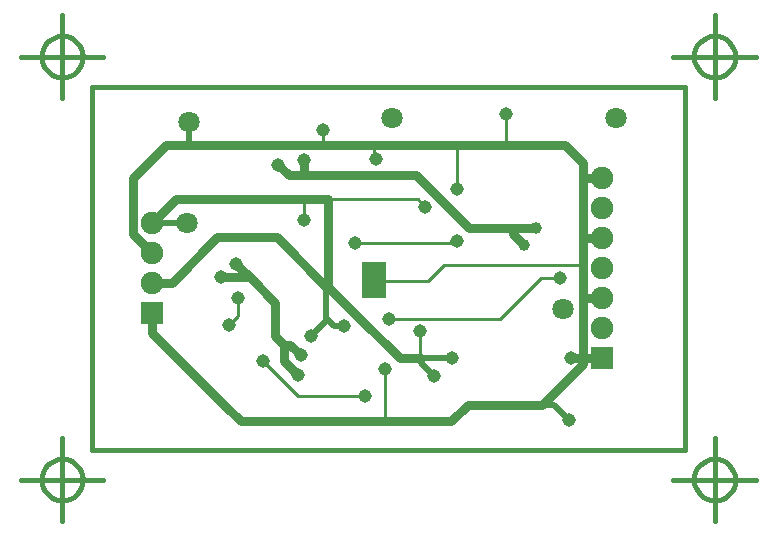
<source format=gbl>
G04 (created by PCBNEW-RS274X (2010-03-14)-final) date mar 08 nov 2011 08:15:05 ART*
G01*
G70*
G90*
%MOIN*%
G04 Gerber Fmt 3.4, Leading zero omitted, Abs format*
%FSLAX34Y34*%
G04 APERTURE LIST*
%ADD10C,0.000100*%
%ADD11C,0.015000*%
%ADD12R,0.075000X0.075000*%
%ADD13C,0.075000*%
%ADD14R,0.040000X0.040000*%
%ADD15C,0.070900*%
%ADD16C,0.045000*%
%ADD17C,0.038800*%
%ADD18C,0.030000*%
%ADD19C,0.010000*%
%ADD20C,0.020000*%
G04 APERTURE END LIST*
G54D10*
G54D11*
X32789Y-10150D02*
X32775Y-10283D01*
X32737Y-10412D01*
X32673Y-10531D01*
X32588Y-10635D01*
X32485Y-10721D01*
X32366Y-10785D01*
X32238Y-10824D01*
X32104Y-10838D01*
X31971Y-10826D01*
X31842Y-10788D01*
X31723Y-10726D01*
X31618Y-10642D01*
X31532Y-10539D01*
X31467Y-10421D01*
X31427Y-10293D01*
X31412Y-10159D01*
X31423Y-10026D01*
X31460Y-09897D01*
X31521Y-09777D01*
X31605Y-09672D01*
X31707Y-09585D01*
X31825Y-09519D01*
X31953Y-09478D01*
X32086Y-09462D01*
X32219Y-09472D01*
X32349Y-09508D01*
X32469Y-09569D01*
X32575Y-09652D01*
X32663Y-09753D01*
X32729Y-09870D01*
X32771Y-09998D01*
X32788Y-10131D01*
X32789Y-10150D01*
X30722Y-10150D02*
X33478Y-10150D01*
X32100Y-08772D02*
X32100Y-11528D01*
X32789Y-24250D02*
X32775Y-24383D01*
X32737Y-24512D01*
X32673Y-24631D01*
X32588Y-24735D01*
X32485Y-24821D01*
X32366Y-24885D01*
X32238Y-24924D01*
X32104Y-24938D01*
X31971Y-24926D01*
X31842Y-24888D01*
X31723Y-24826D01*
X31618Y-24742D01*
X31532Y-24639D01*
X31467Y-24521D01*
X31427Y-24393D01*
X31412Y-24259D01*
X31423Y-24126D01*
X31460Y-23997D01*
X31521Y-23877D01*
X31605Y-23772D01*
X31707Y-23685D01*
X31825Y-23619D01*
X31953Y-23578D01*
X32086Y-23562D01*
X32219Y-23572D01*
X32349Y-23608D01*
X32469Y-23669D01*
X32575Y-23752D01*
X32663Y-23853D01*
X32729Y-23970D01*
X32771Y-24098D01*
X32788Y-24231D01*
X32789Y-24250D01*
X30722Y-24250D02*
X33478Y-24250D01*
X32100Y-22872D02*
X32100Y-25628D01*
X54539Y-24250D02*
X54525Y-24383D01*
X54487Y-24512D01*
X54423Y-24631D01*
X54338Y-24735D01*
X54235Y-24821D01*
X54116Y-24885D01*
X53988Y-24924D01*
X53854Y-24938D01*
X53721Y-24926D01*
X53592Y-24888D01*
X53473Y-24826D01*
X53368Y-24742D01*
X53282Y-24639D01*
X53217Y-24521D01*
X53177Y-24393D01*
X53162Y-24259D01*
X53173Y-24126D01*
X53210Y-23997D01*
X53271Y-23877D01*
X53355Y-23772D01*
X53457Y-23685D01*
X53575Y-23619D01*
X53703Y-23578D01*
X53836Y-23562D01*
X53969Y-23572D01*
X54099Y-23608D01*
X54219Y-23669D01*
X54325Y-23752D01*
X54413Y-23853D01*
X54479Y-23970D01*
X54521Y-24098D01*
X54538Y-24231D01*
X54539Y-24250D01*
X52472Y-24250D02*
X55228Y-24250D01*
X53850Y-22872D02*
X53850Y-25628D01*
X54539Y-10150D02*
X54525Y-10283D01*
X54487Y-10412D01*
X54423Y-10531D01*
X54338Y-10635D01*
X54235Y-10721D01*
X54116Y-10785D01*
X53988Y-10824D01*
X53854Y-10838D01*
X53721Y-10826D01*
X53592Y-10788D01*
X53473Y-10726D01*
X53368Y-10642D01*
X53282Y-10539D01*
X53217Y-10421D01*
X53177Y-10293D01*
X53162Y-10159D01*
X53173Y-10026D01*
X53210Y-09897D01*
X53271Y-09777D01*
X53355Y-09672D01*
X53457Y-09585D01*
X53575Y-09519D01*
X53703Y-09478D01*
X53836Y-09462D01*
X53969Y-09472D01*
X54099Y-09508D01*
X54219Y-09569D01*
X54325Y-09652D01*
X54413Y-09753D01*
X54479Y-09870D01*
X54521Y-09998D01*
X54538Y-10131D01*
X54539Y-10150D01*
X52472Y-10150D02*
X55228Y-10150D01*
X53850Y-08772D02*
X53850Y-11528D01*
X52850Y-23250D02*
X33100Y-23250D01*
X33100Y-11150D02*
X52850Y-11150D01*
X33100Y-23250D02*
X33100Y-11150D01*
X52850Y-11150D02*
X52850Y-23250D01*
G54D12*
X50100Y-20200D03*
G54D13*
X50100Y-19200D03*
X50100Y-18200D03*
X50100Y-17200D03*
X50100Y-16200D03*
X50100Y-15200D03*
X50100Y-14200D03*
G54D12*
X35100Y-18700D03*
G54D13*
X35100Y-17700D03*
X35100Y-16700D03*
X35100Y-15700D03*
G54D14*
X42300Y-17200D03*
X42300Y-17600D03*
X42300Y-18000D03*
X42700Y-18000D03*
X42700Y-17600D03*
X42700Y-17200D03*
G54D15*
X48800Y-18550D03*
X50550Y-12200D03*
X36250Y-15700D03*
X43100Y-12200D03*
X36325Y-12325D03*
G54D16*
X44200Y-15150D03*
X40150Y-15600D03*
X41500Y-19125D03*
X45100Y-20200D03*
X44500Y-20800D03*
X44025Y-19300D03*
X40400Y-19450D03*
X41850Y-16350D03*
X45275Y-16300D03*
X37650Y-19100D03*
X37950Y-18200D03*
X39300Y-13750D03*
X40150Y-13600D03*
G54D17*
X47900Y-15850D03*
X47500Y-16425D03*
G54D16*
X48700Y-17525D03*
X43000Y-18900D03*
X42850Y-20550D03*
X46900Y-12050D03*
X45250Y-14550D03*
X49050Y-20200D03*
X40800Y-12600D03*
X42575Y-13575D03*
X49000Y-22250D03*
X37900Y-17050D03*
X37400Y-17500D03*
X39950Y-20775D03*
X40050Y-20100D03*
X42200Y-21450D03*
X38800Y-20300D03*
G54D18*
X40950Y-17800D02*
X40900Y-17750D01*
X40900Y-17750D02*
X40975Y-17825D01*
X40975Y-17825D02*
X41875Y-18725D01*
X44050Y-20200D02*
X44050Y-20200D01*
X44050Y-20200D02*
X44050Y-20200D01*
X44050Y-20200D02*
X43350Y-20200D01*
X41875Y-18725D02*
X43350Y-20200D01*
X37275Y-16175D02*
X38150Y-16175D01*
X38150Y-16175D02*
X38125Y-16175D01*
X35750Y-17700D02*
X37275Y-16175D01*
X35750Y-17700D02*
X35100Y-17700D01*
G54D19*
X43950Y-14900D02*
X44200Y-15150D01*
X43950Y-14900D02*
X40950Y-14900D01*
X40150Y-15600D02*
X40150Y-14900D01*
X41875Y-18725D02*
X41875Y-18750D01*
G54D20*
X40900Y-18850D02*
X40900Y-18825D01*
X41175Y-19125D02*
X40900Y-18850D01*
X41250Y-19125D02*
X41175Y-19125D01*
X41500Y-19125D02*
X41250Y-19125D01*
X40900Y-17750D02*
X40900Y-17850D01*
X40900Y-18825D02*
X40900Y-17850D01*
X44050Y-20200D02*
X45100Y-20200D01*
G54D18*
X40950Y-14900D02*
X40150Y-14900D01*
X40150Y-14900D02*
X37850Y-14900D01*
X37850Y-14900D02*
X37900Y-14900D01*
G54D20*
X35100Y-15700D02*
X36250Y-15700D01*
G54D18*
X37850Y-14900D02*
X35900Y-14900D01*
X35900Y-14900D02*
X35100Y-15700D01*
G54D20*
X44050Y-20250D02*
X44050Y-20200D01*
X44050Y-20350D02*
X44050Y-20250D01*
X44500Y-20800D02*
X44050Y-20350D01*
G54D19*
X44050Y-20200D02*
X44025Y-20200D01*
X44025Y-19300D02*
X44025Y-20200D01*
G54D20*
X40900Y-18950D02*
X40900Y-18825D01*
X40900Y-18950D02*
X40400Y-19450D01*
G54D18*
X38150Y-16175D02*
X39250Y-16175D01*
X39250Y-16175D02*
X40975Y-17900D01*
X40950Y-14900D02*
X40950Y-17800D01*
X40950Y-17800D02*
X40975Y-17825D01*
G54D19*
X41950Y-16350D02*
X41850Y-16350D01*
X45275Y-16300D02*
X45175Y-16350D01*
X42725Y-16350D02*
X41950Y-16350D01*
X45175Y-16350D02*
X42725Y-16350D01*
X37950Y-18200D02*
X37950Y-18800D01*
X37950Y-18800D02*
X37650Y-19100D01*
X37950Y-18200D02*
X37950Y-18200D01*
G54D18*
X40150Y-14100D02*
X40450Y-14100D01*
X46650Y-15850D02*
X47125Y-15850D01*
X47125Y-15850D02*
X47075Y-15850D01*
X47075Y-15850D02*
X47050Y-15850D01*
X47050Y-15850D02*
X47050Y-15850D01*
X45650Y-15850D02*
X46650Y-15850D01*
X43900Y-14100D02*
X45650Y-15850D01*
X40450Y-14100D02*
X43900Y-14100D01*
X40150Y-14100D02*
X40100Y-14100D01*
X40100Y-14100D02*
X39650Y-14100D01*
X39650Y-14100D02*
X39300Y-13750D01*
X40150Y-13600D02*
X40150Y-14100D01*
X47075Y-15850D02*
X47900Y-15850D01*
X47500Y-16425D02*
X47125Y-16050D01*
X47125Y-16050D02*
X47125Y-15850D01*
G54D19*
X47900Y-17700D02*
X46700Y-18900D01*
X46700Y-18900D02*
X46050Y-18900D01*
X45950Y-18900D02*
X43000Y-18900D01*
X45950Y-18900D02*
X46050Y-18900D01*
X48700Y-17525D02*
X48075Y-17525D01*
X48075Y-17525D02*
X47900Y-17700D01*
X42850Y-20550D02*
X42850Y-21750D01*
X42850Y-21750D02*
X42850Y-22275D01*
X42850Y-22275D02*
X42850Y-22300D01*
X44300Y-17625D02*
X42725Y-17625D01*
X42725Y-17625D02*
X42700Y-17600D01*
X46900Y-12050D02*
X46900Y-13100D01*
X45250Y-14525D02*
X45250Y-14550D01*
X45250Y-14525D02*
X45250Y-13100D01*
G54D18*
X45800Y-13100D02*
X45250Y-13100D01*
X45800Y-13100D02*
X46900Y-13100D01*
X45250Y-13100D02*
X42500Y-13100D01*
X42500Y-13100D02*
X41950Y-13100D01*
X41950Y-13100D02*
X42050Y-13100D01*
X42050Y-13100D02*
X41550Y-13100D01*
X41550Y-13100D02*
X40800Y-13100D01*
X40800Y-13100D02*
X40850Y-13100D01*
X40850Y-13100D02*
X38650Y-13100D01*
X38650Y-13100D02*
X38700Y-13100D01*
X46900Y-13100D02*
X48850Y-13100D01*
X49450Y-13700D02*
X48850Y-13100D01*
X49450Y-13700D02*
X49450Y-14200D01*
X49450Y-14200D02*
X49450Y-16200D01*
X49450Y-16200D02*
X49450Y-17100D01*
X49450Y-17100D02*
X49450Y-17050D01*
X49450Y-17050D02*
X49450Y-17100D01*
X49450Y-17100D02*
X49450Y-17175D01*
X49450Y-17175D02*
X49450Y-18200D01*
X49450Y-18200D02*
X49450Y-20150D01*
X49450Y-20150D02*
X49450Y-20200D01*
X48100Y-21750D02*
X45625Y-21750D01*
X45625Y-21750D02*
X45650Y-21750D01*
X49450Y-20400D02*
X48100Y-21750D01*
X49450Y-20200D02*
X49450Y-20400D01*
X35100Y-19350D02*
X35100Y-18700D01*
X37500Y-21750D02*
X35100Y-19350D01*
X37500Y-21750D02*
X37500Y-21750D01*
X49450Y-20200D02*
X49350Y-20200D01*
X49350Y-20200D02*
X49050Y-20200D01*
X38650Y-13100D02*
X36650Y-13100D01*
X36650Y-13100D02*
X36325Y-13100D01*
X36325Y-13100D02*
X35550Y-13100D01*
X35550Y-13100D02*
X34450Y-14200D01*
X34450Y-14200D02*
X34450Y-16050D01*
X34450Y-16050D02*
X35100Y-16700D01*
G54D19*
X40800Y-13100D02*
X40800Y-12600D01*
X42500Y-13100D02*
X42500Y-13500D01*
X42500Y-13500D02*
X42575Y-13575D01*
G54D20*
X49000Y-22250D02*
X48500Y-21750D01*
X48500Y-21750D02*
X48150Y-21750D01*
X48150Y-21750D02*
X48150Y-21700D01*
G54D18*
X50100Y-14200D02*
X49450Y-14200D01*
X50100Y-16200D02*
X49450Y-16200D01*
X50100Y-18200D02*
X49450Y-18200D01*
X49450Y-20200D02*
X50100Y-20200D01*
G54D19*
X49450Y-17100D02*
X44825Y-17100D01*
X44825Y-17100D02*
X44300Y-17625D01*
X44300Y-17625D02*
X44310Y-17615D01*
X44310Y-17615D02*
X44310Y-17615D01*
X44310Y-17615D02*
X44325Y-17600D01*
G54D18*
X45625Y-21750D02*
X45075Y-22300D01*
X45075Y-22300D02*
X42850Y-22300D01*
X38050Y-22300D02*
X37500Y-21750D01*
X42850Y-22300D02*
X38050Y-22300D01*
G54D20*
X36325Y-12325D02*
X36325Y-13075D01*
X36325Y-13075D02*
X36325Y-13100D01*
G54D18*
X39200Y-18350D02*
X38350Y-17500D01*
X39500Y-19750D02*
X39200Y-19450D01*
X39200Y-19450D02*
X39200Y-18350D01*
X38350Y-17500D02*
X37900Y-17050D01*
X37400Y-17500D02*
X38350Y-17500D01*
X39500Y-19750D02*
X39500Y-20300D01*
X39500Y-20300D02*
X39950Y-20775D01*
X40050Y-20100D02*
X39700Y-19750D01*
X39700Y-19750D02*
X39500Y-19750D01*
G54D19*
X42200Y-21450D02*
X42200Y-21450D01*
X39950Y-21450D02*
X42200Y-21450D01*
X39950Y-21450D02*
X38800Y-20300D01*
M02*

</source>
